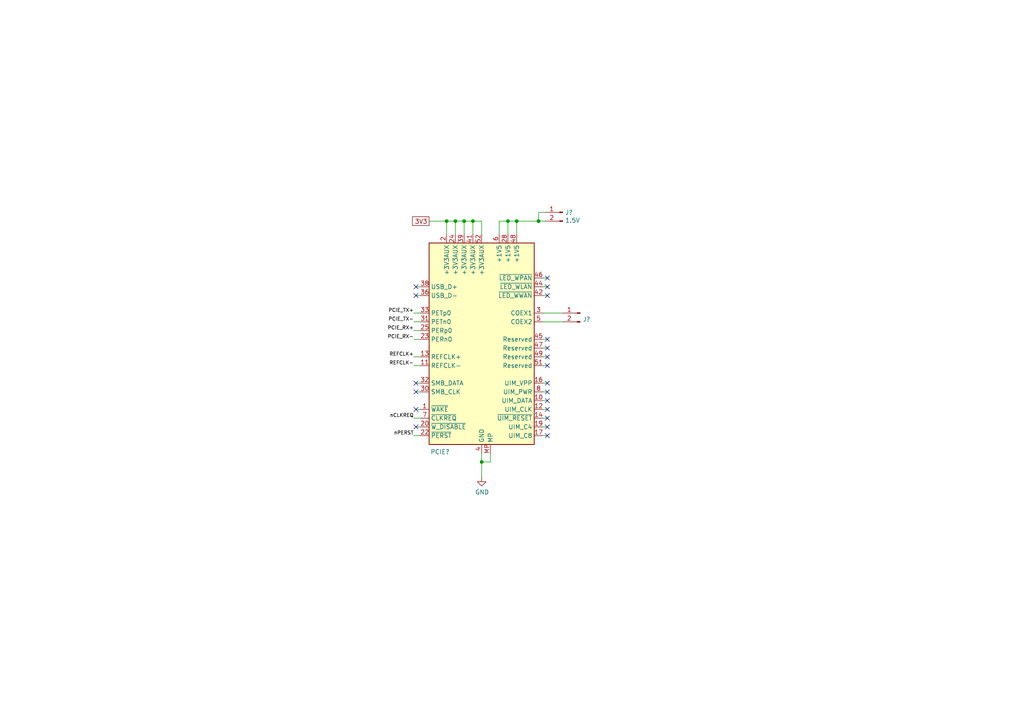
<source format=kicad_sch>
(kicad_sch (version 20210126) (generator eeschema)

  (paper "A4")

  (title_block
    (title "Pi-Fi - PCIe")
    (date "2021-03-17")
    (rev "2")
    (company "(c) Dennis Kupec 2021")
    (comment 1 "Based on the reference design by Raspberry Pi Foundation")
  )

  (lib_symbols
    (symbol "Connector:Bus_PCI_Express_Mini" (in_bom yes) (on_board yes)
      (property "Reference" "J" (id 0) (at -16.51 31.75 0)
        (effects (font (size 1.27 1.27)))
      )
      (property "Value" "Bus_PCI_Express_Mini" (id 1) (at 22.86 31.75 0)
        (effects (font (size 1.27 1.27)))
      )
      (property "Footprint" "" (id 2) (at 0 0 0)
        (effects (font (size 1.27 1.27)) hide)
      )
      (property "Datasheet" "~" (id 3) (at -3.81 -29.21 0)
        (effects (font (size 1.27 1.27)) hide)
      )
      (property "ki_keywords" "mini pcie" (id 4) (at 0 0 0)
        (effects (font (size 1.27 1.27)) hide)
      )
      (property "ki_description" "Mini-PCI Express bus connector" (id 5) (at 0 0 0)
        (effects (font (size 1.27 1.27)) hide)
      )
      (property "ki_fp_filters" "*PCI*Express*Mini*" (id 6) (at 0 0 0)
        (effects (font (size 1.27 1.27)) hide)
      )
      (symbol "Bus_PCI_Express_Mini_0_1"
        (rectangle (start -15.24 30.48) (end 15.24 -27.94)
          (stroke (width 0.254)) (fill (type background))
        )
      )
      (symbol "Bus_PCI_Express_Mini_1_1"
        (pin open_collector line (at -17.78 -17.78 0) (length 2.54)
          (name "~WAKE" (effects (font (size 1.27 1.27))))
          (number "1" (effects (font (size 1.27 1.27))))
        )
        (pin bidirectional line (at 17.78 -15.24 180) (length 2.54)
          (name "UIM_DATA" (effects (font (size 1.27 1.27))))
          (number "10" (effects (font (size 1.27 1.27))))
        )
        (pin input line (at -17.78 -5.08 0) (length 2.54)
          (name "REFCLK-" (effects (font (size 1.27 1.27))))
          (number "11" (effects (font (size 1.27 1.27))))
        )
        (pin output line (at 17.78 -17.78 180) (length 2.54)
          (name "UIM_CLK" (effects (font (size 1.27 1.27))))
          (number "12" (effects (font (size 1.27 1.27))))
        )
        (pin input line (at -17.78 -2.54 0) (length 2.54)
          (name "REFCLK+" (effects (font (size 1.27 1.27))))
          (number "13" (effects (font (size 1.27 1.27))))
        )
        (pin output line (at 17.78 -20.32 180) (length 2.54)
          (name "~UIM_RESET" (effects (font (size 1.27 1.27))))
          (number "14" (effects (font (size 1.27 1.27))))
        )
        (pin passive line (at 0 -30.48 90) (length 2.54) hide
          (name "GND" (effects (font (size 1.27 1.27))))
          (number "15" (effects (font (size 1.27 1.27))))
        )
        (pin power_out line (at 17.78 -10.16 180) (length 2.54)
          (name "UIM_VPP" (effects (font (size 1.27 1.27))))
          (number "16" (effects (font (size 1.27 1.27))))
        )
        (pin passive line (at 17.78 -25.4 180) (length 2.54)
          (name "UIM_C8" (effects (font (size 1.27 1.27))))
          (number "17" (effects (font (size 1.27 1.27))))
        )
        (pin passive line (at 0 -30.48 90) (length 2.54) hide
          (name "GND" (effects (font (size 1.27 1.27))))
          (number "18" (effects (font (size 1.27 1.27))))
        )
        (pin passive line (at 17.78 -22.86 180) (length 2.54)
          (name "UIM_C4" (effects (font (size 1.27 1.27))))
          (number "19" (effects (font (size 1.27 1.27))))
        )
        (pin power_in line (at -10.16 33.02 270) (length 2.54)
          (name "+3V3AUX" (effects (font (size 1.27 1.27))))
          (number "2" (effects (font (size 1.27 1.27))))
        )
        (pin input line (at -17.78 -22.86 0) (length 2.54)
          (name "~W_DISABLE" (effects (font (size 1.27 1.27))))
          (number "20" (effects (font (size 1.27 1.27))))
        )
        (pin passive line (at 0 -30.48 90) (length 2.54) hide
          (name "GND" (effects (font (size 1.27 1.27))))
          (number "21" (effects (font (size 1.27 1.27))))
        )
        (pin input line (at -17.78 -25.4 0) (length 2.54)
          (name "~PERST" (effects (font (size 1.27 1.27))))
          (number "22" (effects (font (size 1.27 1.27))))
        )
        (pin output line (at -17.78 2.54 0) (length 2.54)
          (name "PERn0" (effects (font (size 1.27 1.27))))
          (number "23" (effects (font (size 1.27 1.27))))
        )
        (pin power_in line (at -7.62 33.02 270) (length 2.54)
          (name "+3V3AUX" (effects (font (size 1.27 1.27))))
          (number "24" (effects (font (size 1.27 1.27))))
        )
        (pin output line (at -17.78 5.08 0) (length 2.54)
          (name "PERp0" (effects (font (size 1.27 1.27))))
          (number "25" (effects (font (size 1.27 1.27))))
        )
        (pin passive line (at 0 -30.48 90) (length 2.54) hide
          (name "GND" (effects (font (size 1.27 1.27))))
          (number "26" (effects (font (size 1.27 1.27))))
        )
        (pin passive line (at 0 -30.48 90) (length 2.54) hide
          (name "GND" (effects (font (size 1.27 1.27))))
          (number "27" (effects (font (size 1.27 1.27))))
        )
        (pin power_in line (at 7.62 33.02 270) (length 2.54)
          (name "+1V5" (effects (font (size 1.27 1.27))))
          (number "28" (effects (font (size 1.27 1.27))))
        )
        (pin passive line (at 0 -30.48 90) (length 2.54) hide
          (name "GND" (effects (font (size 1.27 1.27))))
          (number "29" (effects (font (size 1.27 1.27))))
        )
        (pin passive line (at 17.78 10.16 180) (length 2.54)
          (name "COEX1" (effects (font (size 1.27 1.27))))
          (number "3" (effects (font (size 1.27 1.27))))
        )
        (pin input line (at -17.78 -12.7 0) (length 2.54)
          (name "SMB_CLK" (effects (font (size 1.27 1.27))))
          (number "30" (effects (font (size 1.27 1.27))))
        )
        (pin input line (at -17.78 7.62 0) (length 2.54)
          (name "PETn0" (effects (font (size 1.27 1.27))))
          (number "31" (effects (font (size 1.27 1.27))))
        )
        (pin bidirectional line (at -17.78 -10.16 0) (length 2.54)
          (name "SMB_DATA" (effects (font (size 1.27 1.27))))
          (number "32" (effects (font (size 1.27 1.27))))
        )
        (pin input line (at -17.78 10.16 0) (length 2.54)
          (name "PETp0" (effects (font (size 1.27 1.27))))
          (number "33" (effects (font (size 1.27 1.27))))
        )
        (pin passive line (at 0 -30.48 90) (length 2.54) hide
          (name "GND" (effects (font (size 1.27 1.27))))
          (number "34" (effects (font (size 1.27 1.27))))
        )
        (pin passive line (at 0 -30.48 90) (length 2.54) hide
          (name "GND" (effects (font (size 1.27 1.27))))
          (number "35" (effects (font (size 1.27 1.27))))
        )
        (pin bidirectional line (at -17.78 15.24 0) (length 2.54)
          (name "USB_D-" (effects (font (size 1.27 1.27))))
          (number "36" (effects (font (size 1.27 1.27))))
        )
        (pin passive line (at 0 -30.48 90) (length 2.54) hide
          (name "GND" (effects (font (size 1.27 1.27))))
          (number "37" (effects (font (size 1.27 1.27))))
        )
        (pin bidirectional line (at -17.78 17.78 0) (length 2.54)
          (name "USB_D+" (effects (font (size 1.27 1.27))))
          (number "38" (effects (font (size 1.27 1.27))))
        )
        (pin power_in line (at -5.08 33.02 270) (length 2.54)
          (name "+3V3AUX" (effects (font (size 1.27 1.27))))
          (number "39" (effects (font (size 1.27 1.27))))
        )
        (pin power_in line (at 0 -30.48 90) (length 2.54)
          (name "GND" (effects (font (size 1.27 1.27))))
          (number "4" (effects (font (size 1.27 1.27))))
        )
        (pin passive line (at 0 -30.48 90) (length 2.54) hide
          (name "GND" (effects (font (size 1.27 1.27))))
          (number "40" (effects (font (size 1.27 1.27))))
        )
        (pin power_in line (at -2.54 33.02 270) (length 2.54)
          (name "+3V3AUX" (effects (font (size 1.27 1.27))))
          (number "41" (effects (font (size 1.27 1.27))))
        )
        (pin open_collector line (at 17.78 15.24 180) (length 2.54)
          (name "~LED_WWAN" (effects (font (size 1.27 1.27))))
          (number "42" (effects (font (size 1.27 1.27))))
        )
        (pin passive line (at 0 -30.48 90) (length 2.54) hide
          (name "GND" (effects (font (size 1.27 1.27))))
          (number "43" (effects (font (size 1.27 1.27))))
        )
        (pin open_collector line (at 17.78 17.78 180) (length 2.54)
          (name "~LED_WLAN" (effects (font (size 1.27 1.27))))
          (number "44" (effects (font (size 1.27 1.27))))
        )
        (pin passive line (at 17.78 2.54 180) (length 2.54)
          (name "Reserved" (effects (font (size 1.27 1.27))))
          (number "45" (effects (font (size 1.27 1.27))))
        )
        (pin open_collector line (at 17.78 20.32 180) (length 2.54)
          (name "~LED_WPAN" (effects (font (size 1.27 1.27))))
          (number "46" (effects (font (size 1.27 1.27))))
        )
        (pin passive line (at 17.78 0 180) (length 2.54)
          (name "Reserved" (effects (font (size 1.27 1.27))))
          (number "47" (effects (font (size 1.27 1.27))))
        )
        (pin power_in line (at 10.16 33.02 270) (length 2.54)
          (name "+1V5" (effects (font (size 1.27 1.27))))
          (number "48" (effects (font (size 1.27 1.27))))
        )
        (pin passive line (at 17.78 -2.54 180) (length 2.54)
          (name "Reserved" (effects (font (size 1.27 1.27))))
          (number "49" (effects (font (size 1.27 1.27))))
        )
        (pin passive line (at 17.78 7.62 180) (length 2.54)
          (name "COEX2" (effects (font (size 1.27 1.27))))
          (number "5" (effects (font (size 1.27 1.27))))
        )
        (pin passive line (at 0 -30.48 90) (length 2.54) hide
          (name "GND" (effects (font (size 1.27 1.27))))
          (number "50" (effects (font (size 1.27 1.27))))
        )
        (pin passive line (at 17.78 -5.08 180) (length 2.54)
          (name "Reserved" (effects (font (size 1.27 1.27))))
          (number "51" (effects (font (size 1.27 1.27))))
        )
        (pin power_in line (at 0 33.02 270) (length 2.54)
          (name "+3V3AUX" (effects (font (size 1.27 1.27))))
          (number "52" (effects (font (size 1.27 1.27))))
        )
        (pin power_in line (at 5.08 33.02 270) (length 2.54)
          (name "+1V5" (effects (font (size 1.27 1.27))))
          (number "6" (effects (font (size 1.27 1.27))))
        )
        (pin open_collector line (at -17.78 -20.32 0) (length 2.54)
          (name "~CLKREQ" (effects (font (size 1.27 1.27))))
          (number "7" (effects (font (size 1.27 1.27))))
        )
        (pin power_out line (at 17.78 -12.7 180) (length 2.54)
          (name "UIM_PWR" (effects (font (size 1.27 1.27))))
          (number "8" (effects (font (size 1.27 1.27))))
        )
        (pin passive line (at 0 -30.48 90) (length 2.54) hide
          (name "GND" (effects (font (size 1.27 1.27))))
          (number "9" (effects (font (size 1.27 1.27))))
        )
        (pin passive line (at 2.54 -30.48 90) (length 2.54)
          (name "MP" (effects (font (size 1.27 1.27))))
          (number "MP" (effects (font (size 1.27 1.27))))
        )
      )
    )
    (symbol "Connector:Conn_01x02_Male" (pin_names (offset 1.016) hide) (in_bom yes) (on_board yes)
      (property "Reference" "J" (id 0) (at 0 2.54 0)
        (effects (font (size 1.27 1.27)))
      )
      (property "Value" "Conn_01x02_Male" (id 1) (at 0 -5.08 0)
        (effects (font (size 1.27 1.27)))
      )
      (property "Footprint" "" (id 2) (at 0 0 0)
        (effects (font (size 1.27 1.27)) hide)
      )
      (property "Datasheet" "~" (id 3) (at 0 0 0)
        (effects (font (size 1.27 1.27)) hide)
      )
      (property "ki_keywords" "connector" (id 4) (at 0 0 0)
        (effects (font (size 1.27 1.27)) hide)
      )
      (property "ki_description" "Generic connector, single row, 01x02, script generated (kicad-library-utils/schlib/autogen/connector/)" (id 5) (at 0 0 0)
        (effects (font (size 1.27 1.27)) hide)
      )
      (property "ki_fp_filters" "Connector*:*_1x??_*" (id 6) (at 0 0 0)
        (effects (font (size 1.27 1.27)) hide)
      )
      (symbol "Conn_01x02_Male_1_1"
        (rectangle (start 0.8636 -2.413) (end 0 -2.667)
          (stroke (width 0.1524)) (fill (type outline))
        )
        (rectangle (start 0.8636 0.127) (end 0 -0.127)
          (stroke (width 0.1524)) (fill (type outline))
        )
        (polyline
          (pts
            (xy 1.27 -2.54)
            (xy 0.8636 -2.54)
          )
          (stroke (width 0.1524)) (fill (type none))
        )
        (polyline
          (pts
            (xy 1.27 0)
            (xy 0.8636 0)
          )
          (stroke (width 0.1524)) (fill (type none))
        )
        (pin passive line (at 5.08 0 180) (length 3.81)
          (name "Pin_1" (effects (font (size 1.27 1.27))))
          (number "1" (effects (font (size 1.27 1.27))))
        )
        (pin passive line (at 5.08 -2.54 180) (length 3.81)
          (name "Pin_2" (effects (font (size 1.27 1.27))))
          (number "2" (effects (font (size 1.27 1.27))))
        )
      )
    )
    (symbol "power:GND" (power) (pin_names (offset 0)) (in_bom yes) (on_board yes)
      (property "Reference" "#PWR" (id 0) (at 0 -6.35 0)
        (effects (font (size 1.27 1.27)) hide)
      )
      (property "Value" "GND" (id 1) (at 0 -3.81 0)
        (effects (font (size 1.27 1.27)))
      )
      (property "Footprint" "" (id 2) (at 0 0 0)
        (effects (font (size 1.27 1.27)) hide)
      )
      (property "Datasheet" "" (id 3) (at 0 0 0)
        (effects (font (size 1.27 1.27)) hide)
      )
      (property "ki_keywords" "power-flag" (id 4) (at 0 0 0)
        (effects (font (size 1.27 1.27)) hide)
      )
      (property "ki_description" "Power symbol creates a global label with name \"GND\" , ground" (id 5) (at 0 0 0)
        (effects (font (size 1.27 1.27)) hide)
      )
      (symbol "GND_0_1"
        (polyline
          (pts
            (xy 0 0)
            (xy 0 -1.27)
            (xy 1.27 -1.27)
            (xy 0 -2.54)
            (xy -1.27 -1.27)
            (xy 0 -1.27)
          )
          (stroke (width 0)) (fill (type none))
        )
      )
      (symbol "GND_1_1"
        (pin power_in line (at 0 0 270) (length 0) hide
          (name "GND" (effects (font (size 1.27 1.27))))
          (number "1" (effects (font (size 1.27 1.27))))
        )
      )
    )
  )

  (junction (at 129.54 64.135) (diameter 0.9144) (color 0 0 0 0))
  (junction (at 132.08 64.135) (diameter 0.9144) (color 0 0 0 0))
  (junction (at 134.62 64.135) (diameter 0.9144) (color 0 0 0 0))
  (junction (at 137.16 64.135) (diameter 0.9144) (color 0 0 0 0))
  (junction (at 139.7 133.985) (diameter 0.9144) (color 0 0 0 0))
  (junction (at 147.32 64.135) (diameter 0.9144) (color 0 0 0 0))
  (junction (at 149.86 64.135) (diameter 0.9144) (color 0 0 0 0))
  (junction (at 156.21 64.135) (diameter 0.9144) (color 0 0 0 0))

  (no_connect (at 120.65 83.185) (uuid 9cb18807-5567-4565-9133-2a512d960421))
  (no_connect (at 120.65 85.725) (uuid 637ad083-ecd6-409d-b557-7c32a8d6ab47))
  (no_connect (at 120.65 111.125) (uuid 8c315949-acac-41ac-a800-6cd0489a3d71))
  (no_connect (at 120.65 113.665) (uuid 27e615a7-ffb9-4290-9492-52117a304c59))
  (no_connect (at 120.65 118.745) (uuid 49ae473f-163f-4969-aa0c-d7a396e825f9))
  (no_connect (at 120.65 123.825) (uuid 6bf95dd1-d93a-4b76-88a2-010d3c3bdca0))
  (no_connect (at 158.75 80.645) (uuid 2183cde0-c132-450b-9b56-13fbaf9af9a9))
  (no_connect (at 158.75 83.185) (uuid aa2bdc81-5bce-4613-b9fc-fa393b2182ec))
  (no_connect (at 158.75 85.725) (uuid dfc52072-66bf-4bbc-b7b2-0f289d00eaff))
  (no_connect (at 158.75 98.425) (uuid 2edb541d-ec8e-4bcf-b7ab-67c2473cd0c1))
  (no_connect (at 158.75 100.965) (uuid 460a35e7-8e74-4a00-a1c1-34255439005c))
  (no_connect (at 158.75 103.505) (uuid b36bb63b-6f56-4969-9e0c-c2ad0596eb2f))
  (no_connect (at 158.75 106.045) (uuid 2e109492-3fb1-4cf4-bfad-0daa69c7ba04))
  (no_connect (at 158.75 111.125) (uuid b4bf3e49-78ca-452a-b851-95490b1a8f19))
  (no_connect (at 158.75 113.665) (uuid b0a4b1ac-77d9-43f1-8e2f-29a40c1dda1d))
  (no_connect (at 158.75 116.205) (uuid 579b2a46-3448-487b-8f7f-007eb4805dce))
  (no_connect (at 158.75 118.745) (uuid 1d44dd94-34dc-4a97-a800-0284b1255ea9))
  (no_connect (at 158.75 121.285) (uuid cad90686-9b92-4710-9edd-00e37f7d8d15))
  (no_connect (at 158.75 123.825) (uuid 899cb0f4-0dcf-4b9d-bbdd-5afa1a17d8ad))
  (no_connect (at 158.75 126.365) (uuid ac0cb83b-a5e0-4ed7-92a9-7c0864e5e037))

  (wire (pts (xy 120.015 90.805) (xy 121.92 90.805))
    (stroke (width 0) (type solid) (color 0 0 0 0))
    (uuid d0c962af-2baf-4d3c-b011-8f949cf7ba10)
  )
  (wire (pts (xy 120.015 93.345) (xy 121.92 93.345))
    (stroke (width 0) (type solid) (color 0 0 0 0))
    (uuid 1333b319-9f05-4965-ad0c-d0beb6566dee)
  )
  (wire (pts (xy 120.015 95.885) (xy 121.92 95.885))
    (stroke (width 0) (type solid) (color 0 0 0 0))
    (uuid e8b6025e-6ffb-49d4-ac8e-cfdddfd81c81)
  )
  (wire (pts (xy 120.015 98.425) (xy 121.92 98.425))
    (stroke (width 0) (type solid) (color 0 0 0 0))
    (uuid e3d43f5b-e93d-4197-9835-decfd455245c)
  )
  (wire (pts (xy 120.015 103.505) (xy 121.92 103.505))
    (stroke (width 0) (type solid) (color 0 0 0 0))
    (uuid a25a73ec-4d4f-4616-897d-e5343fe5e764)
  )
  (wire (pts (xy 120.015 106.045) (xy 121.92 106.045))
    (stroke (width 0) (type solid) (color 0 0 0 0))
    (uuid 224c3dc8-2ac9-4a6c-862c-36c9a2c1f2c5)
  )
  (wire (pts (xy 120.015 121.285) (xy 121.92 121.285))
    (stroke (width 0) (type solid) (color 0 0 0 0))
    (uuid f9b76b4d-5ae6-4c42-94aa-9379bde27897)
  )
  (wire (pts (xy 120.015 126.365) (xy 121.92 126.365))
    (stroke (width 0) (type solid) (color 0 0 0 0))
    (uuid 20739016-4542-4d8f-b624-0991db9461d5)
  )
  (wire (pts (xy 121.92 83.185) (xy 120.65 83.185))
    (stroke (width 0) (type solid) (color 0 0 0 0))
    (uuid 931a57e8-c05b-4d48-b6a5-2b557f79ffeb)
  )
  (wire (pts (xy 121.92 85.725) (xy 120.65 85.725))
    (stroke (width 0) (type solid) (color 0 0 0 0))
    (uuid 62bc3e06-ccc2-422e-9204-d05f86a2326f)
  )
  (wire (pts (xy 121.92 111.125) (xy 120.65 111.125))
    (stroke (width 0) (type solid) (color 0 0 0 0))
    (uuid 363fd910-de9f-4912-8857-3e95b3a8e2ae)
  )
  (wire (pts (xy 121.92 113.665) (xy 120.65 113.665))
    (stroke (width 0) (type solid) (color 0 0 0 0))
    (uuid b60787d0-9313-483d-8837-07e2fd1b8f0b)
  )
  (wire (pts (xy 121.92 118.745) (xy 120.65 118.745))
    (stroke (width 0) (type solid) (color 0 0 0 0))
    (uuid bf698667-f138-41ec-bb44-64e07c90bf4f)
  )
  (wire (pts (xy 121.92 123.825) (xy 120.65 123.825))
    (stroke (width 0) (type solid) (color 0 0 0 0))
    (uuid 3e3e0d2f-1207-4cc3-a167-cb4ba0289989)
  )
  (wire (pts (xy 124.46 64.135) (xy 129.54 64.135))
    (stroke (width 0) (type solid) (color 0 0 0 0))
    (uuid f89c53b6-b17d-4585-b3e5-b35f2fc33c81)
  )
  (wire (pts (xy 129.54 64.135) (xy 129.54 67.945))
    (stroke (width 0) (type solid) (color 0 0 0 0))
    (uuid 7ae7694f-a5d3-43b9-847e-c8fe489353f9)
  )
  (wire (pts (xy 129.54 64.135) (xy 132.08 64.135))
    (stroke (width 0) (type solid) (color 0 0 0 0))
    (uuid 6f91147c-5b55-487d-8729-7a4e8d8c3623)
  )
  (wire (pts (xy 132.08 64.135) (xy 132.08 67.945))
    (stroke (width 0) (type solid) (color 0 0 0 0))
    (uuid 6d63d8a9-c0de-4f36-bb30-da633ca1b488)
  )
  (wire (pts (xy 132.08 64.135) (xy 134.62 64.135))
    (stroke (width 0) (type solid) (color 0 0 0 0))
    (uuid 2233833b-018e-4311-bb8d-04e514f30775)
  )
  (wire (pts (xy 134.62 64.135) (xy 134.62 67.945))
    (stroke (width 0) (type solid) (color 0 0 0 0))
    (uuid 6be436cc-4561-4368-abd7-1d8171e42d02)
  )
  (wire (pts (xy 134.62 64.135) (xy 137.16 64.135))
    (stroke (width 0) (type solid) (color 0 0 0 0))
    (uuid 3bc58f99-2d85-4895-b259-4f7b48b61635)
  )
  (wire (pts (xy 137.16 64.135) (xy 139.7 64.135))
    (stroke (width 0) (type solid) (color 0 0 0 0))
    (uuid 52722df7-dda4-4f3e-8a0f-f36a6dd931fd)
  )
  (wire (pts (xy 137.16 67.945) (xy 137.16 64.135))
    (stroke (width 0) (type solid) (color 0 0 0 0))
    (uuid c7cc68c8-4225-4351-ad26-2309b6879777)
  )
  (wire (pts (xy 139.7 64.135) (xy 139.7 67.945))
    (stroke (width 0) (type solid) (color 0 0 0 0))
    (uuid 5a6b7bf7-ba1b-42e3-ae0a-efcbd766fe9b)
  )
  (wire (pts (xy 139.7 133.985) (xy 139.7 131.445))
    (stroke (width 0) (type solid) (color 0 0 0 0))
    (uuid 16717b70-6c67-4a96-9e21-7d3408359e11)
  )
  (wire (pts (xy 139.7 138.43) (xy 139.7 133.985))
    (stroke (width 0) (type solid) (color 0 0 0 0))
    (uuid 77977648-78cb-4cad-bf4d-ff60c44c3150)
  )
  (wire (pts (xy 142.24 131.445) (xy 142.24 133.985))
    (stroke (width 0) (type solid) (color 0 0 0 0))
    (uuid 54a39a7c-091d-4fdc-bc6e-fd5e9e575421)
  )
  (wire (pts (xy 142.24 133.985) (xy 139.7 133.985))
    (stroke (width 0) (type solid) (color 0 0 0 0))
    (uuid f8845f8c-fd60-4c68-af9e-d915fc7bc309)
  )
  (wire (pts (xy 144.78 64.135) (xy 147.32 64.135))
    (stroke (width 0) (type solid) (color 0 0 0 0))
    (uuid cac1c505-7939-4850-81fd-5cdc4c659451)
  )
  (wire (pts (xy 144.78 67.945) (xy 144.78 64.135))
    (stroke (width 0) (type solid) (color 0 0 0 0))
    (uuid b76f1baa-75f4-4e27-b2f7-c21875807849)
  )
  (wire (pts (xy 147.32 64.135) (xy 147.32 67.945))
    (stroke (width 0) (type solid) (color 0 0 0 0))
    (uuid 38ea1c9b-da25-4507-aaf6-764b0d2dfb95)
  )
  (wire (pts (xy 147.32 64.135) (xy 149.86 64.135))
    (stroke (width 0) (type solid) (color 0 0 0 0))
    (uuid 1131de9e-203c-4cbc-b7c7-28453ab96841)
  )
  (wire (pts (xy 149.86 64.135) (xy 149.86 67.945))
    (stroke (width 0) (type solid) (color 0 0 0 0))
    (uuid ea84f83c-adfa-4a1b-9b04-33d352c42acb)
  )
  (wire (pts (xy 149.86 64.135) (xy 156.21 64.135))
    (stroke (width 0) (type solid) (color 0 0 0 0))
    (uuid 5b34fbf7-ce40-4e03-87d5-e9e1baa4c8b6)
  )
  (wire (pts (xy 156.21 61.595) (xy 156.21 64.135))
    (stroke (width 0) (type solid) (color 0 0 0 0))
    (uuid 78808222-f03d-4710-bdb5-2264df14bd2b)
  )
  (wire (pts (xy 156.21 64.135) (xy 158.115 64.135))
    (stroke (width 0) (type solid) (color 0 0 0 0))
    (uuid 6a393471-3344-495d-b621-00a6bd3d751a)
  )
  (wire (pts (xy 157.48 80.645) (xy 158.75 80.645))
    (stroke (width 0) (type solid) (color 0 0 0 0))
    (uuid 06a27a37-16d9-46cb-9235-0619b1c41b24)
  )
  (wire (pts (xy 157.48 83.185) (xy 158.75 83.185))
    (stroke (width 0) (type solid) (color 0 0 0 0))
    (uuid 9c950ed4-f90c-44fb-9dd9-84e73a8f20fd)
  )
  (wire (pts (xy 157.48 85.725) (xy 158.75 85.725))
    (stroke (width 0) (type solid) (color 0 0 0 0))
    (uuid 8ba86765-a1c5-46e7-b447-d7e66371d895)
  )
  (wire (pts (xy 157.48 90.805) (xy 163.195 90.805))
    (stroke (width 0) (type solid) (color 0 0 0 0))
    (uuid 9ee5ffe2-5ff6-4487-9e37-1fd56e7c774f)
  )
  (wire (pts (xy 157.48 93.345) (xy 163.195 93.345))
    (stroke (width 0) (type solid) (color 0 0 0 0))
    (uuid 7a06d9be-f47a-4f66-9469-c09548261c1a)
  )
  (wire (pts (xy 157.48 98.425) (xy 158.75 98.425))
    (stroke (width 0) (type solid) (color 0 0 0 0))
    (uuid aff35ae5-f967-4d34-bee8-e066e785f829)
  )
  (wire (pts (xy 157.48 100.965) (xy 158.75 100.965))
    (stroke (width 0) (type solid) (color 0 0 0 0))
    (uuid b321dcc0-6c2b-4b54-92d5-bfd9a7b355ad)
  )
  (wire (pts (xy 157.48 103.505) (xy 158.75 103.505))
    (stroke (width 0) (type solid) (color 0 0 0 0))
    (uuid 172ca7ef-4ae7-4e32-b82d-df4925354300)
  )
  (wire (pts (xy 157.48 106.045) (xy 158.75 106.045))
    (stroke (width 0) (type solid) (color 0 0 0 0))
    (uuid aaffa571-bd8e-42fc-aafa-9148821900ad)
  )
  (wire (pts (xy 157.48 111.125) (xy 158.75 111.125))
    (stroke (width 0) (type solid) (color 0 0 0 0))
    (uuid 2a3f75fb-d551-4f7a-b0b8-ee61ad5d29e6)
  )
  (wire (pts (xy 157.48 113.665) (xy 158.75 113.665))
    (stroke (width 0) (type solid) (color 0 0 0 0))
    (uuid 1fcc8a39-8acc-43db-ad59-ecbc34bc6fbc)
  )
  (wire (pts (xy 157.48 116.205) (xy 158.75 116.205))
    (stroke (width 0) (type solid) (color 0 0 0 0))
    (uuid 8e911825-a46e-4786-9a6f-9de51d181e0b)
  )
  (wire (pts (xy 157.48 118.745) (xy 158.75 118.745))
    (stroke (width 0) (type solid) (color 0 0 0 0))
    (uuid 0372f137-e5a4-4c02-9057-46c0f78b250e)
  )
  (wire (pts (xy 157.48 121.285) (xy 158.75 121.285))
    (stroke (width 0) (type solid) (color 0 0 0 0))
    (uuid 2063d225-5ef5-4fb7-b912-3148bc71f58b)
  )
  (wire (pts (xy 157.48 123.825) (xy 158.75 123.825))
    (stroke (width 0) (type solid) (color 0 0 0 0))
    (uuid a126a88f-6f78-45ce-9290-50941a4a7adf)
  )
  (wire (pts (xy 157.48 126.365) (xy 158.75 126.365))
    (stroke (width 0) (type solid) (color 0 0 0 0))
    (uuid b8811559-d211-4068-96e4-665c46491313)
  )
  (wire (pts (xy 158.115 61.595) (xy 156.21 61.595))
    (stroke (width 0) (type solid) (color 0 0 0 0))
    (uuid cd16c865-8bb4-42e8-a23d-bb9a1675a450)
  )

  (label "PCIE_TX+" (at 120.015 90.805 180)
    (effects (font (size 1.016 1.016)) (justify right bottom))
    (uuid 7578798c-0f2c-4a8c-8198-04c3412e7f47)
  )
  (label "PCIE_TX-" (at 120.015 93.345 180)
    (effects (font (size 1.016 1.016)) (justify right bottom))
    (uuid b83e05bb-72f0-4552-addf-63f5b7194554)
  )
  (label "PCIE_RX+" (at 120.015 95.885 180)
    (effects (font (size 1.016 1.016)) (justify right bottom))
    (uuid 4be1b13e-1bbb-4648-88fc-81d8cad2de0b)
  )
  (label "PCIE_RX-" (at 120.015 98.425 180)
    (effects (font (size 1.016 1.016)) (justify right bottom))
    (uuid 89313c6c-61c6-4ce9-a356-fec17d2ae3b6)
  )
  (label "REFCLK+" (at 120.015 103.505 180)
    (effects (font (size 1.016 1.016)) (justify right bottom))
    (uuid f25a2ef3-4327-4299-9787-460009c3c6c2)
  )
  (label "REFCLK-" (at 120.015 106.045 180)
    (effects (font (size 1.016 1.016)) (justify right bottom))
    (uuid 24cd9344-04c8-4d76-af6e-fc6b72f10a43)
  )
  (label "nCLKREQ" (at 120.015 121.285 180)
    (effects (font (size 1.016 1.016)) (justify right bottom))
    (uuid 447928a2-4f09-4fd8-a938-5f929517602c)
  )
  (label "nPERST" (at 120.015 126.365 180)
    (effects (font (size 1.016 1.016)) (justify right bottom))
    (uuid 93dc0a44-7909-4ae4-b898-b2a5b890f553)
  )

  (global_label "3V3" (shape passive) (at 124.46 64.135 180)
    (effects (font (size 1.27 1.27)) (justify right))
    (uuid e81cf75a-df2b-46e5-80df-5c0ef61e9307)
    (property "Intersheet References" "${INTERSHEET_REFS}" (id 0) (at 117.0153 64.2144 0)
      (effects (font (size 1.27 1.27)) (justify right) hide)
    )
  )

  (symbol (lib_id "power:GND") (at 139.7 138.43 0) (unit 1)
    (in_bom yes) (on_board yes)
    (uuid 7c9782bf-e34f-4663-95d8-5008cc537b82)
    (property "Reference" "#PWR?" (id 0) (at 139.7 144.78 0)
      (effects (font (size 1.27 1.27)) hide)
    )
    (property "Value" "GND" (id 1) (at 139.8143 142.7544 0))
    (property "Footprint" "" (id 2) (at 139.7 138.43 0)
      (effects (font (size 1.27 1.27)) hide)
    )
    (property "Datasheet" "" (id 3) (at 139.7 138.43 0)
      (effects (font (size 1.27 1.27)) hide)
    )
    (pin "1" (uuid 4b059e75-5203-4df5-8c47-c72bd08d0827))
  )

  (symbol (lib_id "Connector:Conn_01x02_Male") (at 163.195 61.595 0) (mirror y) (unit 1)
    (in_bom yes) (on_board yes)
    (uuid b359ad8b-32ce-48c5-aa27-a659221688d9)
    (property "Reference" "J?" (id 0) (at 163.9063 61.6394 0)
      (effects (font (size 1.27 1.27)) (justify right))
    )
    (property "Value" "1.5V" (id 1) (at 163.9063 63.9381 0)
      (effects (font (size 1.27 1.27)) (justify right))
    )
    (property "Footprint" "KiCad/kicad-footprints/Connector_PinHeader_2.54mm.pretty:PinHeader_1x02_P2.54mm_Vertical" (id 2) (at 163.195 61.595 0)
      (effects (font (size 1.27 1.27)) hide)
    )
    (property "Datasheet" "~" (id 3) (at 163.195 61.595 0)
      (effects (font (size 1.27 1.27)) hide)
    )
    (pin "1" (uuid 077fc210-70ea-46c6-95ae-537f347f46c1))
    (pin "2" (uuid 45cd148d-16a0-41d7-8efe-7e040e3711b0))
  )

  (symbol (lib_id "Connector:Conn_01x02_Male") (at 168.275 90.805 0) (mirror y) (unit 1)
    (in_bom yes) (on_board yes)
    (uuid 17bcb518-aeaa-4a8a-b066-28a4c78f3581)
    (property "Reference" "J?" (id 0) (at 168.9863 92.6338 0)
      (effects (font (size 1.27 1.27)) (justify right))
    )
    (property "Value" "Conn_01x02_Male" (id 1) (at 168.9863 93.7831 0)
      (effects (font (size 1.27 1.27)) (justify right) hide)
    )
    (property "Footprint" "KiCad/kicad-footprints/Connector_PinHeader_2.54mm.pretty:PinHeader_1x02_P2.54mm_Vertical" (id 2) (at 168.275 90.805 0)
      (effects (font (size 1.27 1.27)) hide)
    )
    (property "Datasheet" "~" (id 3) (at 168.275 90.805 0)
      (effects (font (size 1.27 1.27)) hide)
    )
    (pin "1" (uuid 077fc210-70ea-46c6-95ae-537f347f46c1))
    (pin "2" (uuid 45cd148d-16a0-41d7-8efe-7e040e3711b0))
  )

  (symbol (lib_id "Connector:Bus_PCI_Express_Mini") (at 139.7 100.965 0) (unit 1)
    (in_bom yes) (on_board yes)
    (uuid b7b6316c-1a26-4a19-8b80-7f352743fcbc)
    (property "Reference" "PCIE?" (id 0) (at 127.635 131.0704 0))
    (property "Value" "Bus_PCI_Express_Mini" (id 1) (at 139.7 135.9091 0)
      (effects (font (size 1.27 1.27)) hide)
    )
    (property "Footprint" "Custom Footprints:Molex-67910-0002-0-0-0" (id 2) (at 139.7 100.965 0)
      (effects (font (size 1.27 1.27)) hide)
    )
    (property "Datasheet" "~" (id 3) (at 135.89 130.175 0)
      (effects (font (size 1.27 1.27)) hide)
    )
    (pin "1" (uuid 9f751cbc-352c-4d29-a529-85f42865cd5f))
    (pin "10" (uuid ee413fd0-367d-4b05-a68d-b9c3888fac22))
    (pin "11" (uuid a973a7e2-0304-4adc-a585-702eef041964))
    (pin "12" (uuid 92e8c42a-3230-4c8d-9f57-62c822f51b6b))
    (pin "13" (uuid c6e3169f-ce39-405f-85ee-cf31e4b0ca39))
    (pin "14" (uuid 3beee998-364b-400e-b5a8-6cfb8eec6504))
    (pin "15" (uuid 25ed29a9-3b22-4ab3-b42c-d8e8742a9ec4))
    (pin "16" (uuid 58053a5d-af43-4fbc-ba78-5abdee4a15bf))
    (pin "17" (uuid 964d5b9c-e2e5-45f9-ae58-a889c9f8a425))
    (pin "18" (uuid 731148db-58b2-436b-a97a-8e1bb5c6d7df))
    (pin "19" (uuid cd12011f-358f-4caa-b453-ed5968cdd335))
    (pin "2" (uuid b88376fd-0992-4319-ba02-bd5bbdd26d60))
    (pin "20" (uuid 8fb8ef59-81d9-4a2a-bfac-c66596f02569))
    (pin "21" (uuid 362f2956-92fb-4e52-ae53-b516ec2a13cd))
    (pin "22" (uuid 2fc03a04-7d3a-4de1-a312-6a8f0c1cac30))
    (pin "23" (uuid aa55ffd8-b75f-4692-8fff-4a3624cc7754))
    (pin "24" (uuid 9721fe80-2511-4f25-a98b-63fe718f4de1))
    (pin "25" (uuid 4c0a428f-54c0-4c9c-a5a8-fa35f93d3424))
    (pin "26" (uuid 870c5e11-612d-428e-8285-8e5d3387f24d))
    (pin "27" (uuid 95999401-c42e-49d6-b1e6-407d5489b212))
    (pin "28" (uuid 4c57d311-943a-48fa-9633-5b67fde0a15c))
    (pin "29" (uuid 51aa34f6-0e4c-42b0-9794-b3837748207c))
    (pin "3" (uuid 75ade2d3-a8f3-4b75-a2b0-90050ca43a76))
    (pin "30" (uuid e1e04c65-e0df-4f59-86fe-30002bd0cba7))
    (pin "31" (uuid f8dc9f2e-e532-440c-90c0-d65b47a712ba))
    (pin "32" (uuid 362d3a1a-458b-4c51-a6c7-e5c64c4cdf32))
    (pin "33" (uuid 9ef0b1d4-b475-4890-b50e-1a663502ad50))
    (pin "34" (uuid 4ecfd542-7ca1-4c4b-93f8-57e275e4e25e))
    (pin "35" (uuid d97a79f2-c1cd-4d72-9e45-5c147f9c63e6))
    (pin "36" (uuid efe78e12-5126-44ba-b477-e99c46d5e0cc))
    (pin "37" (uuid 6d12e35c-da4b-4e8e-9e2a-e94ef9fd72a0))
    (pin "38" (uuid 784f473f-dc7b-4e20-a692-7e7ec8fa1498))
    (pin "39" (uuid f3b3289e-5200-4bb1-9f61-504a22030b72))
    (pin "4" (uuid b6c522d7-eec1-475e-b83e-61f367c0099b))
    (pin "40" (uuid 866ae04c-b160-45a4-acbe-2de32f50d497))
    (pin "41" (uuid 6252bcab-b5c5-46ad-a292-11d077384aa9))
    (pin "42" (uuid c0140ec3-0f1d-4d3d-995d-49e6007c809e))
    (pin "43" (uuid 556ffee8-580e-4ef6-8ded-71104fd796ba))
    (pin "44" (uuid 549782a4-4913-472a-a55e-3f3c4be115f2))
    (pin "45" (uuid 44fb6e77-3c52-4f8f-afe8-158964ed9d7e))
    (pin "46" (uuid cbc5c0df-70a2-4394-ad6d-ce0eea0ae04e))
    (pin "47" (uuid 044e44ad-9c3a-42e1-aee1-abfc34eb1882))
    (pin "48" (uuid eb57ecf1-f436-4a0d-b035-5bde817ac3a7))
    (pin "49" (uuid 8cf920b5-a5fb-42ae-9e6d-6b2c8959d96c))
    (pin "5" (uuid 019763ad-b432-4ffd-a384-1c00cab300b3))
    (pin "50" (uuid 5a8204e4-2150-42de-9c8e-1822aca1843c))
    (pin "51" (uuid 030941a7-dd35-44c7-9b0d-6a763e27cea4))
    (pin "52" (uuid f8b07a11-b9b7-412d-a27e-65bc9c7191fe))
    (pin "6" (uuid 656acfd4-dbc2-4bcb-a778-7ebcb06ba677))
    (pin "7" (uuid d76e3255-72ff-4b52-8db7-f65cc7d2af3e))
    (pin "8" (uuid e8e8e2d5-20a7-4018-b023-866485be98ac))
    (pin "9" (uuid af61543b-5c8d-419c-8eb8-e6cf66988757))
    (pin "MP" (uuid b00ad4cc-ec17-46a6-be50-80c99f8a0076))
  )
)

</source>
